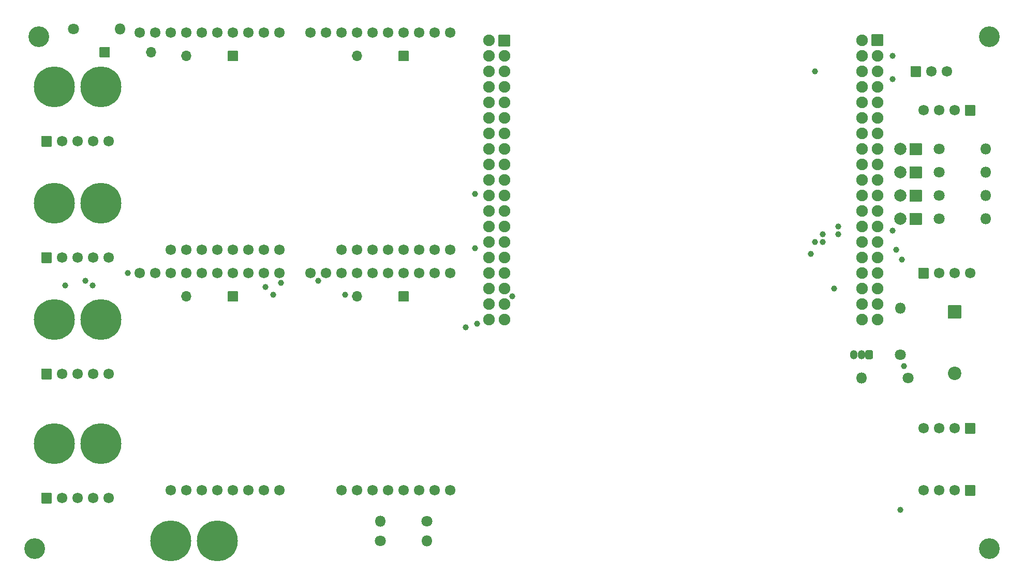
<source format=gts>
G04 #@! TF.GenerationSoftware,KiCad,Pcbnew,(5.1.9)-1*
G04 #@! TF.CreationDate,2021-06-19T16:16:09+09:00*
G04 #@! TF.ProjectId,_______,b3de8ab7-fceb-4c92-9e6b-696361645f70,rev?*
G04 #@! TF.SameCoordinates,Original*
G04 #@! TF.FileFunction,Soldermask,Top*
G04 #@! TF.FilePolarity,Negative*
%FSLAX46Y46*%
G04 Gerber Fmt 4.6, Leading zero omitted, Abs format (unit mm)*
G04 Created by KiCad (PCBNEW (5.1.9)-1) date 2021-06-19 16:16:09*
%MOMM*%
%LPD*%
G01*
G04 APERTURE LIST*
%ADD10C,3.400000*%
%ADD11C,1.724000*%
%ADD12C,6.700000*%
%ADD13O,1.900000X1.900000*%
%ADD14O,1.700000X1.700000*%
%ADD15C,2.000000*%
%ADD16C,1.800000*%
%ADD17O,1.800000X1.800000*%
%ADD18C,2.200000*%
%ADD19O,1.250000X1.500000*%
%ADD20C,1.000000*%
G04 APERTURE END LIST*
D10*
X71755000Y-126365000D03*
X72390000Y-42545000D03*
X227965000Y-42545000D03*
X227965000Y-126365000D03*
D11*
X111760000Y-81280000D03*
X109220000Y-81280000D03*
X106680000Y-81280000D03*
X104140000Y-81280000D03*
X101600000Y-81280000D03*
X99060000Y-81280000D03*
X96520000Y-81280000D03*
X93980000Y-81280000D03*
X91440000Y-81280000D03*
X88900000Y-81280000D03*
X111760000Y-116840000D03*
X109220000Y-116840000D03*
X106680000Y-116840000D03*
X104140000Y-116840000D03*
X101600000Y-116840000D03*
X99060000Y-116840000D03*
X96520000Y-116840000D03*
X93980000Y-116840000D03*
D12*
X74930000Y-50800000D03*
X82550000Y-50800000D03*
G36*
G01*
X208685001Y-43950001D02*
X208685001Y-42250001D01*
G75*
G02*
X208785001Y-42150001I100000J0D01*
G01*
X210485001Y-42150001D01*
G75*
G02*
X210585001Y-42250001I0J-100000D01*
G01*
X210585001Y-43950001D01*
G75*
G02*
X210485001Y-44050001I-100000J0D01*
G01*
X208785001Y-44050001D01*
G75*
G02*
X208685001Y-43950001I0J100000D01*
G01*
G37*
D13*
X207095001Y-43100001D03*
X209635001Y-45640001D03*
X207095001Y-45640001D03*
X209635001Y-48180001D03*
X207095001Y-48180001D03*
X209635001Y-50720001D03*
X207095001Y-50720001D03*
X209635001Y-53260001D03*
X207095001Y-53260001D03*
X209635001Y-55800001D03*
X207095001Y-55800001D03*
X209635001Y-58340001D03*
X207095001Y-58340001D03*
X209635001Y-60880001D03*
X207095001Y-60880001D03*
X209635001Y-63420001D03*
X207095001Y-63420001D03*
X209635001Y-65960001D03*
X207095001Y-65960001D03*
X209635001Y-68500001D03*
X207095001Y-68500001D03*
X209635001Y-71040001D03*
X207095001Y-71040001D03*
X209635001Y-73580001D03*
X207095001Y-73580001D03*
X209635001Y-76120001D03*
X207095001Y-76120001D03*
X209635001Y-78660001D03*
X207095001Y-78660001D03*
X209635001Y-81200001D03*
X207095001Y-81200001D03*
X209635001Y-83740001D03*
X207095001Y-83740001D03*
X209635001Y-86280001D03*
X207095001Y-86280001D03*
X209635001Y-88820001D03*
X207095001Y-88820001D03*
D11*
X121920000Y-116840000D03*
X124460000Y-116840000D03*
X127000000Y-116840000D03*
X129540000Y-116840000D03*
X132080000Y-116840000D03*
X134620000Y-116840000D03*
X137160000Y-116840000D03*
X139700000Y-116840000D03*
X116840000Y-81280000D03*
X119380000Y-81280000D03*
X121920000Y-81280000D03*
X124460000Y-81280000D03*
X127000000Y-81280000D03*
X129540000Y-81280000D03*
X132080000Y-81280000D03*
X134620000Y-81280000D03*
X137160000Y-81280000D03*
X139700000Y-81280000D03*
G36*
G01*
X132930000Y-84340000D02*
X132930000Y-85840000D01*
G75*
G02*
X132830000Y-85940000I-100000J0D01*
G01*
X131330000Y-85940000D01*
G75*
G02*
X131230000Y-85840000I0J100000D01*
G01*
X131230000Y-84340000D01*
G75*
G02*
X131330000Y-84240000I100000J0D01*
G01*
X132830000Y-84240000D01*
G75*
G02*
X132930000Y-84340000I0J-100000D01*
G01*
G37*
D14*
X124460000Y-85090000D03*
X124460000Y-45720000D03*
G36*
G01*
X132930000Y-44970000D02*
X132930000Y-46470000D01*
G75*
G02*
X132830000Y-46570000I-100000J0D01*
G01*
X131330000Y-46570000D01*
G75*
G02*
X131230000Y-46470000I0J100000D01*
G01*
X131230000Y-44970000D01*
G75*
G02*
X131330000Y-44870000I100000J0D01*
G01*
X132830000Y-44870000D01*
G75*
G02*
X132930000Y-44970000I0J-100000D01*
G01*
G37*
X96520000Y-45720000D03*
G36*
G01*
X104990000Y-44970000D02*
X104990000Y-46470000D01*
G75*
G02*
X104890000Y-46570000I-100000J0D01*
G01*
X103390000Y-46570000D01*
G75*
G02*
X103290000Y-46470000I0J100000D01*
G01*
X103290000Y-44970000D01*
G75*
G02*
X103390000Y-44870000I100000J0D01*
G01*
X104890000Y-44870000D01*
G75*
G02*
X104990000Y-44970000I0J-100000D01*
G01*
G37*
G36*
G01*
X104990000Y-84340000D02*
X104990000Y-85840000D01*
G75*
G02*
X104890000Y-85940000I-100000J0D01*
G01*
X103390000Y-85940000D01*
G75*
G02*
X103290000Y-85840000I0J100000D01*
G01*
X103290000Y-84340000D01*
G75*
G02*
X103390000Y-84240000I100000J0D01*
G01*
X104890000Y-84240000D01*
G75*
G02*
X104990000Y-84340000I0J-100000D01*
G01*
G37*
X96520000Y-85090000D03*
G36*
G01*
X216900000Y-60060000D02*
X216900000Y-61860000D01*
G75*
G02*
X216800000Y-61960000I-100000J0D01*
G01*
X215000000Y-61960000D01*
G75*
G02*
X214900000Y-61860000I0J100000D01*
G01*
X214900000Y-60060000D01*
G75*
G02*
X215000000Y-59960000I100000J0D01*
G01*
X216800000Y-59960000D01*
G75*
G02*
X216900000Y-60060000I0J-100000D01*
G01*
G37*
D15*
X213360000Y-60960000D03*
G36*
G01*
X216900000Y-67680000D02*
X216900000Y-69480000D01*
G75*
G02*
X216800000Y-69580000I-100000J0D01*
G01*
X215000000Y-69580000D01*
G75*
G02*
X214900000Y-69480000I0J100000D01*
G01*
X214900000Y-67680000D01*
G75*
G02*
X215000000Y-67580000I100000J0D01*
G01*
X216800000Y-67580000D01*
G75*
G02*
X216900000Y-67680000I0J-100000D01*
G01*
G37*
X213360000Y-68580000D03*
X213360000Y-64770000D03*
G36*
G01*
X216900000Y-63870000D02*
X216900000Y-65670000D01*
G75*
G02*
X216800000Y-65770000I-100000J0D01*
G01*
X215000000Y-65770000D01*
G75*
G02*
X214900000Y-65670000I0J100000D01*
G01*
X214900000Y-63870000D01*
G75*
G02*
X215000000Y-63770000I100000J0D01*
G01*
X216800000Y-63770000D01*
G75*
G02*
X216900000Y-63870000I0J-100000D01*
G01*
G37*
X213360000Y-72390000D03*
G36*
G01*
X216900000Y-71490000D02*
X216900000Y-73290000D01*
G75*
G02*
X216800000Y-73390000I-100000J0D01*
G01*
X215000000Y-73390000D01*
G75*
G02*
X214900000Y-73290000I0J100000D01*
G01*
X214900000Y-71490000D01*
G75*
G02*
X215000000Y-71390000I100000J0D01*
G01*
X216800000Y-71390000D01*
G75*
G02*
X216900000Y-71490000I0J-100000D01*
G01*
G37*
G36*
G01*
X225652000Y-105918000D02*
X225652000Y-107442000D01*
G75*
G02*
X225552000Y-107542000I-100000J0D01*
G01*
X224028000Y-107542000D01*
G75*
G02*
X223928000Y-107442000I0J100000D01*
G01*
X223928000Y-105918000D01*
G75*
G02*
X224028000Y-105818000I100000J0D01*
G01*
X225552000Y-105818000D01*
G75*
G02*
X225652000Y-105918000I0J-100000D01*
G01*
G37*
D11*
X222250000Y-106680000D03*
X219710000Y-106680000D03*
X217170000Y-106680000D03*
D13*
X146050000Y-88900000D03*
X148590000Y-88900000D03*
X146050000Y-86360000D03*
X148590000Y-86360000D03*
X146050000Y-83820000D03*
X148590000Y-83820000D03*
X146050000Y-81280000D03*
X148590000Y-81280000D03*
X146050000Y-78740000D03*
X148590000Y-78740000D03*
X146050000Y-76200000D03*
X148590000Y-76200000D03*
X146050000Y-73660000D03*
X148590000Y-73660000D03*
X146050000Y-71120000D03*
X148590000Y-71120000D03*
X146050000Y-68580000D03*
X148590000Y-68580000D03*
X146050000Y-66040000D03*
X148590000Y-66040000D03*
X146050000Y-63500000D03*
X148590000Y-63500000D03*
X146050000Y-60960000D03*
X148590000Y-60960000D03*
X146050000Y-58420000D03*
X148590000Y-58420000D03*
X146050000Y-55880000D03*
X148590000Y-55880000D03*
X146050000Y-53340000D03*
X148590000Y-53340000D03*
X146050000Y-50800000D03*
X148590000Y-50800000D03*
X146050000Y-48260000D03*
X148590000Y-48260000D03*
X146050000Y-45720000D03*
X148590000Y-45720000D03*
X146050000Y-43180000D03*
G36*
G01*
X147640000Y-44030000D02*
X147640000Y-42330000D01*
G75*
G02*
X147740000Y-42230000I100000J0D01*
G01*
X149440000Y-42230000D01*
G75*
G02*
X149540000Y-42330000I0J-100000D01*
G01*
X149540000Y-44030000D01*
G75*
G02*
X149440000Y-44130000I-100000J0D01*
G01*
X147740000Y-44130000D01*
G75*
G02*
X147640000Y-44030000I0J100000D01*
G01*
G37*
D11*
X121920000Y-77470000D03*
X124460000Y-77470000D03*
X127000000Y-77470000D03*
X129540000Y-77470000D03*
X132080000Y-77470000D03*
X134620000Y-77470000D03*
X137160000Y-77470000D03*
X139700000Y-77470000D03*
X116840000Y-41910000D03*
X119380000Y-41910000D03*
X121920000Y-41910000D03*
X124460000Y-41910000D03*
X127000000Y-41910000D03*
X129540000Y-41910000D03*
X132080000Y-41910000D03*
X134620000Y-41910000D03*
X137160000Y-41910000D03*
X139700000Y-41910000D03*
X111760000Y-41910000D03*
X109220000Y-41910000D03*
X106680000Y-41910000D03*
X104140000Y-41910000D03*
X101600000Y-41910000D03*
X99060000Y-41910000D03*
X96520000Y-41910000D03*
X93980000Y-41910000D03*
X91440000Y-41910000D03*
X88900000Y-41910000D03*
X111760000Y-77470000D03*
X109220000Y-77470000D03*
X106680000Y-77470000D03*
X104140000Y-77470000D03*
X101600000Y-77470000D03*
X99060000Y-77470000D03*
X96520000Y-77470000D03*
X93980000Y-77470000D03*
X217170000Y-54610000D03*
X219710000Y-54610000D03*
X222250000Y-54610000D03*
G36*
G01*
X225652000Y-53848000D02*
X225652000Y-55372000D01*
G75*
G02*
X225552000Y-55472000I-100000J0D01*
G01*
X224028000Y-55472000D01*
G75*
G02*
X223928000Y-55372000I0J100000D01*
G01*
X223928000Y-53848000D01*
G75*
G02*
X224028000Y-53748000I100000J0D01*
G01*
X225552000Y-53748000D01*
G75*
G02*
X225652000Y-53848000I0J-100000D01*
G01*
G37*
D16*
X219710000Y-60960000D03*
D17*
X227330000Y-60960000D03*
D16*
X219710000Y-68580000D03*
D17*
X227330000Y-68580000D03*
X227330000Y-64770000D03*
D16*
X219710000Y-64770000D03*
D17*
X227330000Y-72390000D03*
D16*
X219710000Y-72390000D03*
G36*
G01*
X72798000Y-60452000D02*
X72798000Y-58928000D01*
G75*
G02*
X72898000Y-58828000I100000J0D01*
G01*
X74422000Y-58828000D01*
G75*
G02*
X74522000Y-58928000I0J-100000D01*
G01*
X74522000Y-60452000D01*
G75*
G02*
X74422000Y-60552000I-100000J0D01*
G01*
X72898000Y-60552000D01*
G75*
G02*
X72798000Y-60452000I0J100000D01*
G01*
G37*
D11*
X76200000Y-59690000D03*
X78740000Y-59690000D03*
X81280000Y-59690000D03*
X83820000Y-59690000D03*
X83820000Y-78740000D03*
X81280000Y-78740000D03*
X78740000Y-78740000D03*
X76200000Y-78740000D03*
G36*
G01*
X72798000Y-79502000D02*
X72798000Y-77978000D01*
G75*
G02*
X72898000Y-77878000I100000J0D01*
G01*
X74422000Y-77878000D01*
G75*
G02*
X74522000Y-77978000I0J-100000D01*
G01*
X74522000Y-79502000D01*
G75*
G02*
X74422000Y-79602000I-100000J0D01*
G01*
X72898000Y-79602000D01*
G75*
G02*
X72798000Y-79502000I0J100000D01*
G01*
G37*
X83820000Y-97790000D03*
X81280000Y-97790000D03*
X78740000Y-97790000D03*
X76200000Y-97790000D03*
G36*
G01*
X72798000Y-98552000D02*
X72798000Y-97028000D01*
G75*
G02*
X72898000Y-96928000I100000J0D01*
G01*
X74422000Y-96928000D01*
G75*
G02*
X74522000Y-97028000I0J-100000D01*
G01*
X74522000Y-98552000D01*
G75*
G02*
X74422000Y-98652000I-100000J0D01*
G01*
X72898000Y-98652000D01*
G75*
G02*
X72798000Y-98552000I0J100000D01*
G01*
G37*
G36*
G01*
X72798000Y-118872000D02*
X72798000Y-117348000D01*
G75*
G02*
X72898000Y-117248000I100000J0D01*
G01*
X74422000Y-117248000D01*
G75*
G02*
X74522000Y-117348000I0J-100000D01*
G01*
X74522000Y-118872000D01*
G75*
G02*
X74422000Y-118972000I-100000J0D01*
G01*
X72898000Y-118972000D01*
G75*
G02*
X72798000Y-118872000I0J100000D01*
G01*
G37*
X76200000Y-118110000D03*
X78740000Y-118110000D03*
X81280000Y-118110000D03*
X83820000Y-118110000D03*
G36*
G01*
X216308000Y-82042000D02*
X216308000Y-80518000D01*
G75*
G02*
X216408000Y-80418000I100000J0D01*
G01*
X217932000Y-80418000D01*
G75*
G02*
X218032000Y-80518000I0J-100000D01*
G01*
X218032000Y-82042000D01*
G75*
G02*
X217932000Y-82142000I-100000J0D01*
G01*
X216408000Y-82142000D01*
G75*
G02*
X216308000Y-82042000I0J100000D01*
G01*
G37*
X219710000Y-81280000D03*
X222250000Y-81280000D03*
X224790000Y-81280000D03*
D18*
X222250000Y-97630000D03*
G36*
G01*
X221250000Y-86530000D02*
X223250000Y-86530000D01*
G75*
G02*
X223350000Y-86630000I0J-100000D01*
G01*
X223350000Y-88630000D01*
G75*
G02*
X223250000Y-88730000I-100000J0D01*
G01*
X221250000Y-88730000D01*
G75*
G02*
X221150000Y-88630000I0J100000D01*
G01*
X221150000Y-86630000D01*
G75*
G02*
X221250000Y-86530000I100000J0D01*
G01*
G37*
D12*
X82550000Y-69850000D03*
X74930000Y-69850000D03*
X82550000Y-88900000D03*
X74930000Y-88900000D03*
X74930000Y-109220000D03*
X82550000Y-109220000D03*
X101600000Y-125095000D03*
X93980000Y-125095000D03*
G36*
G01*
X215038000Y-49022000D02*
X215038000Y-47498000D01*
G75*
G02*
X215138000Y-47398000I100000J0D01*
G01*
X216662000Y-47398000D01*
G75*
G02*
X216762000Y-47498000I0J-100000D01*
G01*
X216762000Y-49022000D01*
G75*
G02*
X216662000Y-49122000I-100000J0D01*
G01*
X215138000Y-49122000D01*
G75*
G02*
X215038000Y-49022000I0J100000D01*
G01*
G37*
D11*
X218440000Y-48260000D03*
X220980000Y-48260000D03*
D19*
X207010000Y-94615000D03*
X205740000Y-94615000D03*
G36*
G01*
X208905000Y-94162500D02*
X208905000Y-95067500D01*
G75*
G02*
X208607500Y-95365000I-297500J0D01*
G01*
X207952500Y-95365000D01*
G75*
G02*
X207655000Y-95067500I0J297500D01*
G01*
X207655000Y-94162500D01*
G75*
G02*
X207952500Y-93865000I297500J0D01*
G01*
X208607500Y-93865000D01*
G75*
G02*
X208905000Y-94162500I0J-297500D01*
G01*
G37*
D16*
X213360000Y-94615000D03*
D17*
X213360000Y-86995000D03*
X207010000Y-98425000D03*
D16*
X214630000Y-98425000D03*
D17*
X135890000Y-125095000D03*
D16*
X128270000Y-125095000D03*
X135890000Y-121920000D03*
D17*
X128270000Y-121920000D03*
G36*
G01*
X82335000Y-45835000D02*
X82335000Y-44335000D01*
G75*
G02*
X82435000Y-44235000I100000J0D01*
G01*
X83935000Y-44235000D01*
G75*
G02*
X84035000Y-44335000I0J-100000D01*
G01*
X84035000Y-45835000D01*
G75*
G02*
X83935000Y-45935000I-100000J0D01*
G01*
X82435000Y-45935000D01*
G75*
G02*
X82335000Y-45835000I0J100000D01*
G01*
G37*
D14*
X90805000Y-45085000D03*
D16*
X78105000Y-41275000D03*
D17*
X85725000Y-41275000D03*
G36*
G01*
X225652000Y-116078000D02*
X225652000Y-117602000D01*
G75*
G02*
X225552000Y-117702000I-100000J0D01*
G01*
X224028000Y-117702000D01*
G75*
G02*
X223928000Y-117602000I0J100000D01*
G01*
X223928000Y-116078000D01*
G75*
G02*
X224028000Y-115978000I100000J0D01*
G01*
X225552000Y-115978000D01*
G75*
G02*
X225652000Y-116078000I0J-100000D01*
G01*
G37*
D11*
X222250000Y-116840000D03*
X219710000Y-116840000D03*
X217170000Y-116840000D03*
D20*
X112077500Y-82867500D03*
X118110000Y-82550000D03*
X122555000Y-84776002D03*
X109537500Y-83502500D03*
X110807500Y-84772500D03*
X199390000Y-48260000D03*
X81189999Y-83275001D03*
X76744999Y-83275001D03*
X144145000Y-89535000D03*
X142240000Y-90170000D03*
X80010000Y-82550000D03*
X86995000Y-81280000D03*
X143827500Y-77152500D03*
X143827500Y-68262500D03*
X198755000Y-78105000D03*
X199390000Y-76200000D03*
X212090000Y-74295000D03*
X213677500Y-79057500D03*
X213995000Y-96520000D03*
X213360000Y-120015000D03*
X212090000Y-45720000D03*
X212090000Y-49530000D03*
X200660000Y-74930000D03*
X203200000Y-74930000D03*
X149860000Y-85090000D03*
X202565000Y-83820000D03*
X200660000Y-76200000D03*
X203200000Y-73660000D03*
X212725000Y-77470000D03*
M02*

</source>
